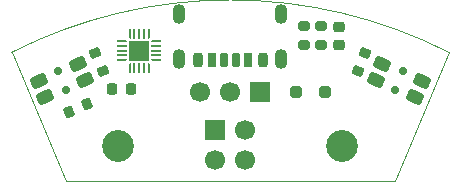
<source format=gbr>
%TF.GenerationSoftware,KiCad,Pcbnew,9.0.5*%
%TF.CreationDate,2025-12-07T22:15:24-05:00*%
%TF.ProjectId,Control_PCB,436f6e74-726f-46c5-9f50-43422e6b6963,rev?*%
%TF.SameCoordinates,Original*%
%TF.FileFunction,Soldermask,Top*%
%TF.FilePolarity,Negative*%
%FSLAX46Y46*%
G04 Gerber Fmt 4.6, Leading zero omitted, Abs format (unit mm)*
G04 Created by KiCad (PCBNEW 9.0.5) date 2025-12-07 22:15:24*
%MOMM*%
%LPD*%
G01*
G04 APERTURE LIST*
G04 Aperture macros list*
%AMRoundRect*
0 Rectangle with rounded corners*
0 $1 Rounding radius*
0 $2 $3 $4 $5 $6 $7 $8 $9 X,Y pos of 4 corners*
0 Add a 4 corners polygon primitive as box body*
4,1,4,$2,$3,$4,$5,$6,$7,$8,$9,$2,$3,0*
0 Add four circle primitives for the rounded corners*
1,1,$1+$1,$2,$3*
1,1,$1+$1,$4,$5*
1,1,$1+$1,$6,$7*
1,1,$1+$1,$8,$9*
0 Add four rect primitives between the rounded corners*
20,1,$1+$1,$2,$3,$4,$5,0*
20,1,$1+$1,$4,$5,$6,$7,0*
20,1,$1+$1,$6,$7,$8,$9,0*
20,1,$1+$1,$8,$9,$2,$3,0*%
%AMFreePoly0*
4,1,14,0.334644,0.085355,0.385355,0.034644,0.400000,-0.000711,0.400000,-0.050000,0.385355,-0.085355,0.350000,-0.100000,-0.350000,-0.100000,-0.385355,-0.085355,-0.400000,-0.050000,-0.400000,0.050000,-0.385355,0.085355,-0.350000,0.100000,0.299289,0.100000,0.334644,0.085355,0.334644,0.085355,$1*%
%AMFreePoly1*
4,1,14,0.385355,0.085355,0.400000,0.050000,0.400000,0.000711,0.385355,-0.034644,0.334644,-0.085355,0.299289,-0.100000,-0.350000,-0.100000,-0.385355,-0.085355,-0.400000,-0.050000,-0.400000,0.050000,-0.385355,0.085355,-0.350000,0.100000,0.350000,0.100000,0.385355,0.085355,0.385355,0.085355,$1*%
%AMFreePoly2*
4,1,14,0.085355,0.385355,0.100000,0.350000,0.100000,-0.350000,0.085355,-0.385355,0.050000,-0.400000,-0.050000,-0.400000,-0.085355,-0.385355,-0.100000,-0.350000,-0.100000,0.299289,-0.085355,0.334644,-0.034644,0.385355,0.000711,0.400000,0.050000,0.400000,0.085355,0.385355,0.085355,0.385355,$1*%
%AMFreePoly3*
4,1,14,0.034644,0.385355,0.085355,0.334644,0.100000,0.299289,0.100000,-0.350000,0.085355,-0.385355,0.050000,-0.400000,-0.050000,-0.400000,-0.085355,-0.385355,-0.100000,-0.350000,-0.100000,0.350000,-0.085355,0.385355,-0.050000,0.400000,-0.000711,0.400000,0.034644,0.385355,0.034644,0.385355,$1*%
%AMFreePoly4*
4,1,14,0.385355,0.085355,0.400000,0.050000,0.400000,-0.050000,0.385355,-0.085355,0.350000,-0.100000,-0.299289,-0.100000,-0.334644,-0.085355,-0.385355,-0.034644,-0.400000,0.000711,-0.400000,0.050000,-0.385355,0.085355,-0.350000,0.100000,0.350000,0.100000,0.385355,0.085355,0.385355,0.085355,$1*%
%AMFreePoly5*
4,1,14,0.385355,0.085355,0.400000,0.050000,0.400000,-0.050000,0.385355,-0.085355,0.350000,-0.100000,-0.350000,-0.100000,-0.385355,-0.085355,-0.400000,-0.050000,-0.400000,-0.000711,-0.385355,0.034644,-0.334644,0.085355,-0.299289,0.100000,0.350000,0.100000,0.385355,0.085355,0.385355,0.085355,$1*%
%AMFreePoly6*
4,1,14,0.085355,0.385355,0.100000,0.350000,0.100000,-0.299289,0.085355,-0.334644,0.034644,-0.385355,-0.000711,-0.400000,-0.050000,-0.400000,-0.085355,-0.385355,-0.100000,-0.350000,-0.100000,0.350000,-0.085355,0.385355,-0.050000,0.400000,0.050000,0.400000,0.085355,0.385355,0.085355,0.385355,$1*%
%AMFreePoly7*
4,1,14,0.085355,0.385355,0.100000,0.350000,0.100000,-0.350000,0.085355,-0.385355,0.050000,-0.400000,0.000711,-0.400000,-0.034644,-0.385355,-0.085355,-0.334644,-0.100000,-0.299289,-0.100000,0.350000,-0.085355,0.385355,-0.050000,0.400000,0.050000,0.400000,0.085355,0.385355,0.085355,0.385355,$1*%
G04 Aperture macros list end*
%ADD10C,0.700000*%
%ADD11RoundRect,0.250000X0.521351X0.079485X-0.308563X0.427684X-0.521351X-0.079485X0.308563X-0.427684X0*%
%ADD12FreePoly0,0.000000*%
%ADD13RoundRect,0.050000X-0.350000X-0.050000X0.350000X-0.050000X0.350000X0.050000X-0.350000X0.050000X0*%
%ADD14FreePoly1,0.000000*%
%ADD15FreePoly2,0.000000*%
%ADD16RoundRect,0.050000X-0.050000X-0.350000X0.050000X-0.350000X0.050000X0.350000X-0.050000X0.350000X0*%
%ADD17FreePoly3,0.000000*%
%ADD18FreePoly4,0.000000*%
%ADD19FreePoly5,0.000000*%
%ADD20FreePoly6,0.000000*%
%ADD21FreePoly7,0.000000*%
%ADD22R,1.700000X1.700000*%
%ADD23RoundRect,0.250000X0.250000X0.250000X-0.250000X0.250000X-0.250000X-0.250000X0.250000X-0.250000X0*%
%ADD24RoundRect,0.175000X0.175000X0.425000X-0.175000X0.425000X-0.175000X-0.425000X0.175000X-0.425000X0*%
%ADD25RoundRect,0.190000X-0.190000X-0.410000X0.190000X-0.410000X0.190000X0.410000X-0.190000X0.410000X0*%
%ADD26RoundRect,0.200000X-0.200000X-0.400000X0.200000X-0.400000X0.200000X0.400000X-0.200000X0.400000X0*%
%ADD27RoundRect,0.175000X-0.175000X-0.425000X0.175000X-0.425000X0.175000X0.425000X-0.175000X0.425000X0*%
%ADD28RoundRect,0.190000X0.190000X0.410000X-0.190000X0.410000X-0.190000X-0.410000X0.190000X-0.410000X0*%
%ADD29RoundRect,0.200000X0.200000X0.400000X-0.200000X0.400000X-0.200000X-0.400000X0.200000X-0.400000X0*%
%ADD30O,1.100000X1.700000*%
%ADD31C,2.700000*%
%ADD32RoundRect,0.200000X0.275000X-0.200000X0.275000X0.200000X-0.275000X0.200000X-0.275000X-0.200000X0*%
%ADD33RoundRect,0.250000X0.308563X0.427684X-0.521351X0.079485X-0.308563X-0.427684X0.521351X-0.079485X0*%
%ADD34RoundRect,0.200000X0.078031X0.330962X-0.290820X0.176207X-0.078031X-0.330962X0.290820X-0.176207X0*%
%ADD35RoundRect,0.200000X0.330962X-0.078031X0.176207X0.290820X-0.330962X0.078031X-0.176207X-0.290820X0*%
%ADD36RoundRect,0.200000X0.176207X-0.290820X0.330962X0.078031X-0.176207X0.290820X-0.330962X-0.078031X0*%
%ADD37C,1.700000*%
%ADD38RoundRect,0.225000X0.225000X0.250000X-0.225000X0.250000X-0.225000X-0.250000X0.225000X-0.250000X0*%
%ADD39RoundRect,0.225000X0.250000X-0.225000X0.250000X0.225000X-0.250000X0.225000X-0.250000X-0.225000X0*%
%TA.AperFunction,Profile*%
%ADD40C,0.100000*%
%TD*%
G04 APERTURE END LIST*
D10*
%TO.C,SW1*%
X163918851Y-66825130D03*
X164615249Y-65165302D03*
D11*
X165648319Y-67355545D03*
X162328663Y-65962749D03*
X166205437Y-66027683D03*
X162885781Y-64634887D03*
%TD*%
D12*
%TO.C,U1*%
X140825000Y-62675000D03*
D13*
X140825000Y-63075000D03*
X140825000Y-63475000D03*
X140825000Y-63875000D03*
D14*
X140825000Y-64275000D03*
D15*
X141475000Y-64925000D03*
D16*
X141875000Y-64925000D03*
X142275000Y-64925000D03*
X142675000Y-64925000D03*
D17*
X143075000Y-64925000D03*
D18*
X143725000Y-64275000D03*
D13*
X143725000Y-63875000D03*
X143725000Y-63475000D03*
X143725000Y-63075000D03*
D19*
X143725000Y-62675000D03*
D20*
X143075000Y-62025000D03*
D16*
X142675000Y-62025000D03*
X142275000Y-62025000D03*
X141875000Y-62025000D03*
D21*
X141475000Y-62025000D03*
D22*
X142275000Y-63475000D03*
%TD*%
D23*
%TO.C,D1*%
X158050000Y-67000000D03*
X155550000Y-67000000D03*
%TD*%
D24*
%TO.C,J1*%
X150500000Y-64280000D03*
D25*
X148480000Y-64280000D03*
D26*
X147250000Y-64280000D03*
D27*
X149500000Y-64280000D03*
D28*
X151520000Y-64280000D03*
D29*
X152750000Y-64280000D03*
D30*
X154320000Y-64200000D03*
X154320000Y-60400000D03*
X145680000Y-64200000D03*
X145680000Y-60400000D03*
%TD*%
D31*
%TO.C,REF\u002A\u002A*%
X140500000Y-71500000D03*
%TD*%
%TO.C,REF\u002A\u002A*%
X159500000Y-71500000D03*
%TD*%
D32*
%TO.C,R1*%
X157700000Y-63025000D03*
X157700000Y-61375000D03*
%TD*%
D10*
%TO.C,SW2*%
X136081149Y-66825130D03*
X135384751Y-65165302D03*
D33*
X137671337Y-65962749D03*
X134351681Y-67355546D03*
X137114219Y-64634886D03*
X133794563Y-66027683D03*
%TD*%
D34*
%TO.C,R5*%
X137860755Y-67980817D03*
X136339245Y-68619183D03*
%TD*%
D35*
%TO.C,R3*%
X139219183Y-65160755D03*
X138580817Y-63639245D03*
%TD*%
D36*
%TO.C,R4*%
X160780817Y-65160755D03*
X161419183Y-63639245D03*
%TD*%
D32*
%TO.C,R2*%
X156200000Y-63025000D03*
X156200000Y-61375000D03*
%TD*%
D22*
%TO.C,J3*%
X152540000Y-67000000D03*
D37*
X150000000Y-67000000D03*
X147460000Y-67000000D03*
%TD*%
D38*
%TO.C,C2*%
X141575000Y-66700000D03*
X140025000Y-66700000D03*
%TD*%
D39*
%TO.C,C1*%
X159200000Y-62975000D03*
X159200000Y-61425000D03*
%TD*%
D22*
%TO.C,J2*%
X148725000Y-70225000D03*
D37*
X148725000Y-72765000D03*
X151265000Y-70225000D03*
X151265000Y-72765000D03*
%TD*%
D40*
X136047870Y-74500002D02*
X163952131Y-74500000D01*
X163952130Y-74500000D02*
X168518935Y-63615255D01*
X131481065Y-63615255D02*
G75*
G02*
X168518935Y-63615255I18518935J-36384742D01*
G01*
X131481065Y-63615255D02*
X136047870Y-74500000D01*
M02*

</source>
